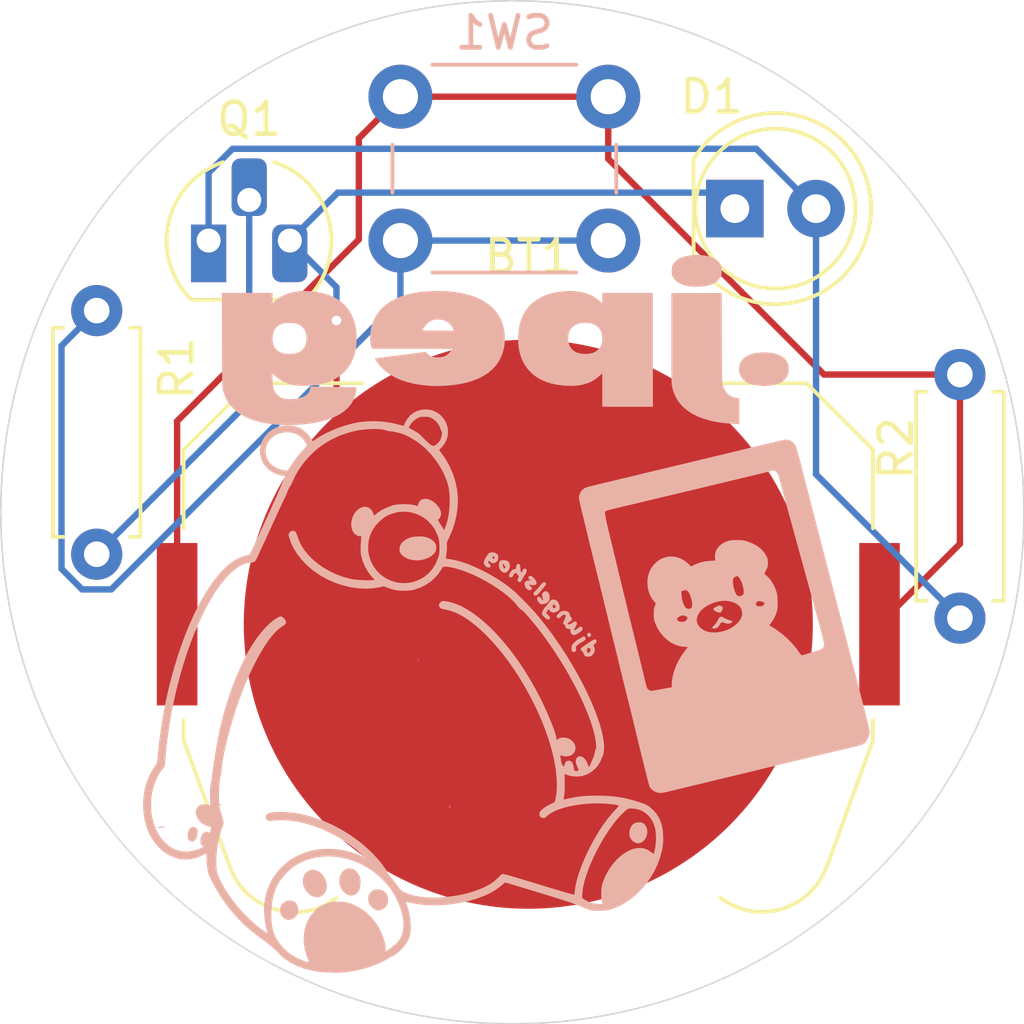
<source format=kicad_pcb>
(kicad_pcb (version 20241229) (generator "pcbnew") (generator_version "9.0")
  (layers (0 "F.Cu" signal) (2 "B.Cu" signal) (13 "F.Paste" user) (15 "B.Paste" user) (5 "F.SilkS" user "F.Silkscreen") (7 "B.SilkS" user "B.Silkscreen") (1 "F.Mask" user) (3 "B.Mask" user) (25 "Edge.Cuts" user))
  (net 0 "")
  (net 1 "Net-(BT1-+)")
  (net 2 "Net-(BT1--)")
  (net 3 "Net-(D1-A)")
  (net 4 "Net-(Q1-B)")
  (net 5 "Net-(R1-Pad1)")
  (footprint "Resistor_THT:R_Axial_DIN0207_L6.3mm_D2.5mm_P7.62mm_Horizontal" (layer "F.Cu") (at 153.5 27.69 -90)
    (property "Reference" "R1" (at 1.81 -2.5 90) (layer "F.SilkS"))
    (property "Value" "R")
    (pad "1" thru_hole circle (at 0 0 270) (size 1.6 1.6) (drill 0.8) (layers "*.Cu" "*.Mask") (net 5 "Net-(R1-Pad1)"))
    (pad "2" thru_hole oval (at 7.62 0 270) (size 1.6 1.6) (drill 0.8) (layers "*.Cu" "*.Mask") (net 4 "Net-(Q1-B)"))
  )
  (footprint "LED_THT:LED_D5.0mm" (layer "F.Cu") (at 173.46 24.5)
    (property "Reference" "D1" (at -0.725 -3.5 0) (layer "F.SilkS"))
    (property "Value" "LED")
    (pad "1" thru_hole rect (at 0 0) (size 1.8 1.8) (drill 0.9) (layers "*.Cu" "*.Mask") (net 2 "Net-(BT1--)"))
    (pad "2" thru_hole circle (at 2.54 0) (size 1.8 1.8) (drill 0.9) (layers "*.Cu" "*.Mask") (net 3 "Net-(D1-A)"))
  )
  (footprint "Resistor_THT:R_Axial_DIN0207_L6.3mm_D2.5mm_P7.62mm_Horizontal" (layer "F.Cu") (at 180.5 29.69 -90)
    (property "Reference" "R2" (at 2.31 2 90) (layer "F.SilkS"))
    (property "Value" "R")
    (pad "1" thru_hole circle (at 0 0 270) (size 1.6 1.6) (drill 0.8) (layers "*.Cu" "*.Mask") (net 1 "Net-(BT1-+)"))
    (pad "2" thru_hole oval (at 7.62 0 270) (size 1.6 1.6) (drill 0.8) (layers "*.Cu" "*.Mask") (net 3 "Net-(D1-A)"))
  )
  (footprint "Package_TO_SOT_THT:TO-92L_HandSolder" (layer "F.Cu") (at 157 25.5)
    (property "Reference" "Q1" (at 1.27 -3.8 0) (layer "F.SilkS"))
    (property "Value" "NPN")
    (pad "1" thru_hole rect (at 0 0) (size 1.1 1.8) (drill 0.75 (offset 0 0.4)) (layers "*.Cu" "*.Mask") (net 3 "Net-(D1-A)"))
    (pad "2" thru_hole roundrect (at 1.27 -1.27) (size 1.1 1.8) (drill 0.75 (offset 0 -0.4)) (layers "*.Cu" "*.Mask") (net 4 "Net-(Q1-B)"))
    (pad "3" thru_hole roundrect (at 2.54 0) (size 1.1 1.8) (drill 0.75 (offset 0 0.4)) (layers "*.Cu" "*.Mask") (net 2 "Net-(BT1--)"))
  )
  (footprint "Battery:BatteryHolder_Keystone_3034_1x20mm" (layer "F.Cu") (at 167 37.5)
    (property "Reference" "BT1" (at 0 -11.5 0) (layer "F.SilkS"))
    (property "Value" "Battery_Cell")
    (pad "1" smd rect (at -10.985 0) (size 1.27 5.08) (layers "F.Cu" "F.Mask" "F.Paste") (net 1 "Net-(BT1-+)"))
    (pad "1" smd rect (at 10.985 0) (size 1.27 5.08) (layers "F.Cu" "F.Mask" "F.Paste") (net 1 "Net-(BT1-+)"))
    (pad "2" smd circle (at 0 0) (size 17.8 17.8) (layers "F.Cu" "F.Mask") (net 2 "Net-(BT1--)"))
  )
  (footprint "LOGO" (layer "B.Cu") (at 162.5 38.5 180)
    (property "Reference" "G***" (hide yes))
    (property "Value" "LOGO" (hide yes))
  )
  (footprint "LOGO" (layer "B.Cu") (at 173 38 180)
    (property "Reference" "G***" (hide yes))
    (property "Value" "LOGO" (hide yes))
  )
  (footprint "LOGO" (layer "B.Cu") (at 166 28.5 180)
    (property "Reference" "G***" (hide yes))
    (property "Value" "LOGO" (hide yes))
  )
  (footprint "Button_Switch_THT:SW_PUSH_6mm" (layer "B.Cu") (at 169.5 21 180)
    (property "Reference" "SW1" (at 3.25 2 0) (layer "B.SilkS") (effects (justify mirror)))
    (property "Value" "SW_Push")
    (pad "1" thru_hole circle (at 0 0 90) (size 2 2) (drill 1.1) (layers "*.Cu" "*.Mask") (net 1 "Net-(BT1-+)"))
    (pad "1" thru_hole circle (at 6.5 0 90) (size 2 2) (drill 1.1) (layers "*.Cu" "*.Mask") (net 1 "Net-(BT1-+)"))
    (pad "2" thru_hole circle (at 0 -4.5 90) (size 2 2) (drill 1.1) (layers "*.Cu" "*.Mask") (net 5 "Net-(R1-Pad1)"))
    (pad "2" thru_hole circle (at 6.5 -4.5 90) (size 2 2) (drill 1.1) (layers "*.Cu" "*.Mask") (net 5 "Net-(R1-Pad1)"))
  )
  (gr_circle (center 166.5 34) (end 182.5 34) (stroke (width 0.05)) (fill no) (layer "Edge.Cuts"))
  (segment (start 156.015 37.5) (end 156.015 31.147206) (width 0.2) (layer "F.Cu") (net 1))
  (segment (start 161.699 22.301) (end 163 21) (width 0.2) (layer "F.Cu") (net 1))
  (segment (start 163 21) (end 169.5 21) (width 0.2) (layer "F.Cu") (net 1))
  (segment (start 176.248 29.69) (end 169.5 22.942) (width 0.2) (layer "F.Cu") (net 1))
  (segment (start 169.5 22.942) (end 169.5 21) (width 0.2) (layer "F.Cu") (net 1))
  (segment (start 156.015 31.147206) (end 161.699 25.463206) (width 0.2) (layer "F.Cu") (net 1))
  (segment (start 180.5 29.69) (end 176.248 29.69) (width 0.2) (layer "F.Cu") (net 1))
  (segment (start 180.5 29.69) (end 180.5 34.985) (width 0.2) (layer "F.Cu") (net 1))
  (segment (start 180.5 34.985) (end 177.985 37.5) (width 0.2) (layer "F.Cu") (net 1))
  (segment (start 161.699 25.463206) (end 161.699 22.301) (width 0.2) (layer "F.Cu") (net 1))
  (segment (start 161 31.5) (end 161 28) (width 0.2) (layer "F.Cu") (net 2))
  (segment (start 167 37.5) (end 161 31.5) (width 0.2) (layer "F.Cu") (net 2))
  (via (at 161 28) (size 0.6) (drill 0.3) (layers "F.Cu" "B.Cu") (net 2))
  (segment (start 173.46 24.5) (end 172.96 24) (width 0.2) (layer "B.Cu") (net 2))
  (segment (start 172.96 24) (end 161.04 24) (width 0.2) (layer "B.Cu") (net 2))
  (segment (start 159.54 25.5) (end 161.04 24) (width 0.2) (layer "B.Cu") (net 2))
  (segment (start 161 28) (end 161 26.96) (width 0.2) (layer "B.Cu") (net 2))
  (segment (start 161 26.96) (end 159.54 25.5) (width 0.2) (layer "B.Cu") (net 2))
  (segment (start 176 24.5) (end 176 32.81) (width 0.2) (layer "B.Cu") (net 3))
  (segment (start 176 24.5) (end 174.129 22.629) (width 0.2) (layer "B.Cu") (net 3))
  (segment (start 157 25.5) (end 157 23.377794) (width 0.2) (layer "B.Cu") (net 3))
  (segment (start 176 32.81) (end 180.5 37.31) (width 0.2) (layer "B.Cu") (net 3))
  (segment (start 157 23.377794) (end 157.748794 22.629) (width 0.2) (layer "B.Cu") (net 3))
  (segment (start 174.129 22.629) (end 157.748794 22.629) (width 0.2) (layer "B.Cu") (net 3))
  (segment (start 153.5 35.31) (end 158.27 30.54) (width 0.2) (layer "B.Cu") (net 4))
  (segment (start 158.27 30.54) (end 158.27 24.23) (width 0.2) (layer "B.Cu") (net 4))
  (segment (start 152.399 28.791) (end 152.399 35.76605) (width 0.2) (layer "B.Cu") (net 5))
  (segment (start 153.5 27.69) (end 152.399 28.791) (width 0.2) (layer "B.Cu") (net 5))
  (segment (start 152.399 35.76605) (end 153.04395 36.411) (width 0.2) (layer "B.Cu") (net 5))
  (segment (start 153.95605 36.411) (end 163 27.36705) (width 0.2) (layer "B.Cu") (net 5))
  (segment (start 153.04395 36.411) (end 153.95605 36.411) (width 0.2) (layer "B.Cu") (net 5))
  (segment (start 163 25.5) (end 169.5 25.5) (width 0.2) (layer "B.Cu") (net 5))
  (segment (start 163 27.36705) (end 163 25.5) (width 0.2) (layer "B.Cu") (net 5))
)
</source>
